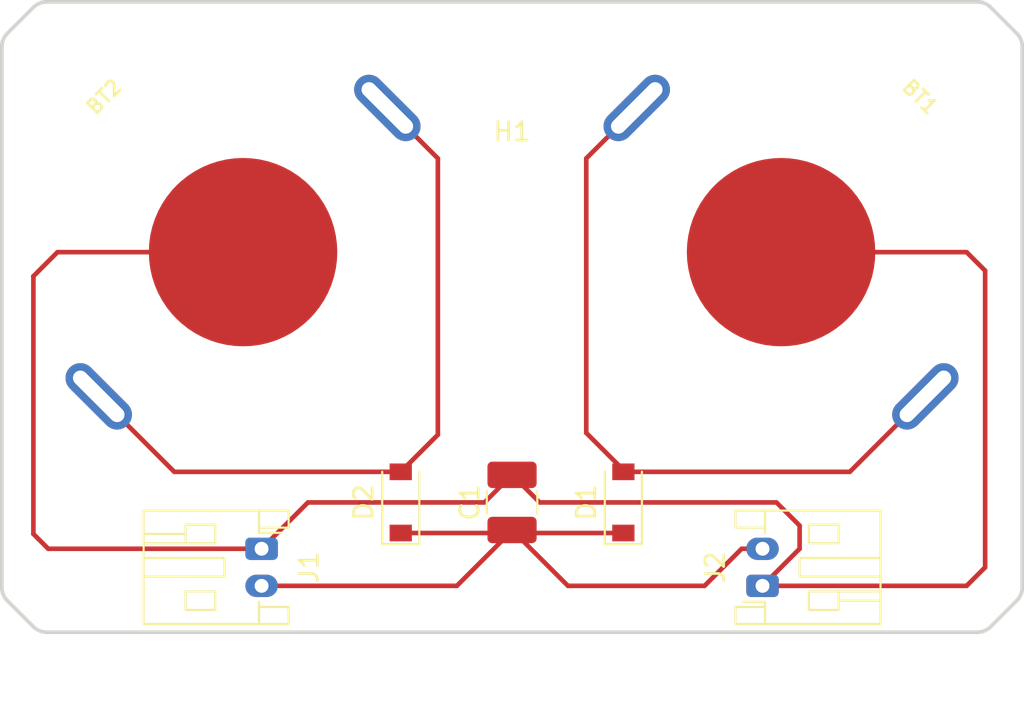
<source format=kicad_pcb>
(kicad_pcb (version 20171130) (host pcbnew "(5.1.4)-1")

  (general
    (thickness 1.6)
    (drawings 16)
    (tracks 40)
    (zones 0)
    (modules 8)
    (nets 5)
  )

  (page A4)
  (layers
    (0 F.Cu signal)
    (31 B.Cu signal)
    (32 B.Adhes user)
    (33 F.Adhes user)
    (34 B.Paste user)
    (35 F.Paste user)
    (36 B.SilkS user)
    (37 F.SilkS user)
    (38 B.Mask user)
    (39 F.Mask user)
    (40 Dwgs.User user)
    (41 Cmts.User user)
    (42 Eco1.User user)
    (43 Eco2.User user)
    (44 Edge.Cuts user)
    (45 Margin user)
    (46 B.CrtYd user)
    (47 F.CrtYd user)
    (48 B.Fab user)
    (49 F.Fab user)
  )

  (setup
    (last_trace_width 0.25)
    (trace_clearance 0.2)
    (zone_clearance 0.508)
    (zone_45_only no)
    (trace_min 0.2)
    (via_size 0.8)
    (via_drill 0.4)
    (via_min_size 0.4)
    (via_min_drill 0.3)
    (uvia_size 0.3)
    (uvia_drill 0.1)
    (uvias_allowed no)
    (uvia_min_size 0.2)
    (uvia_min_drill 0.1)
    (edge_width 0.05)
    (segment_width 0.2)
    (pcb_text_width 0.3)
    (pcb_text_size 1.5 1.5)
    (mod_edge_width 0.12)
    (mod_text_size 1 1)
    (mod_text_width 0.15)
    (pad_size 1.524 1.524)
    (pad_drill 0.762)
    (pad_to_mask_clearance 0.051)
    (solder_mask_min_width 0.25)
    (aux_axis_origin 50 50)
    (grid_origin 50 50)
    (visible_elements 7FFFFFFF)
    (pcbplotparams
      (layerselection 0x010f0_ffffffff)
      (usegerberextensions true)
      (usegerberattributes false)
      (usegerberadvancedattributes false)
      (creategerberjobfile false)
      (excludeedgelayer true)
      (linewidth 0.100000)
      (plotframeref false)
      (viasonmask false)
      (mode 1)
      (useauxorigin true)
      (hpglpennumber 1)
      (hpglpenspeed 20)
      (hpglpendiameter 15.000000)
      (psnegative false)
      (psa4output false)
      (plotreference true)
      (plotvalue true)
      (plotinvisibletext false)
      (padsonsilk false)
      (subtractmaskfromsilk true)
      (outputformat 1)
      (mirror false)
      (drillshape 0)
      (scaleselection 1)
      (outputdirectory "gerber/"))
  )

  (net 0 "")
  (net 1 "Net-(BT1-Pad2)")
  (net 2 "Net-(BT1-Pad1)")
  (net 3 "Net-(BT2-Pad1)")
  (net 4 "Net-(C1-Pad1)")

  (net_class Default "これはデフォルトのネット クラスです。"
    (clearance 0.2)
    (trace_width 0.25)
    (via_dia 0.8)
    (via_drill 0.4)
    (uvia_dia 0.3)
    (uvia_drill 0.1)
    (add_net "Net-(BT1-Pad1)")
    (add_net "Net-(BT1-Pad2)")
    (add_net "Net-(BT2-Pad1)")
    (add_net "Net-(C1-Pad1)")
  )

  (module Capacitor_SMD:C_1210_3225Metric_Pad1.42x2.65mm_HandSolder (layer F.Cu) (tedit 5B301BBE) (tstamp 5D98C832)
    (at 77.5 77 90)
    (descr "Capacitor SMD 1210 (3225 Metric), square (rectangular) end terminal, IPC_7351 nominal with elongated pad for handsoldering. (Body size source: http://www.tortai-tech.com/upload/download/2011102023233369053.pdf), generated with kicad-footprint-generator")
    (tags "capacitor handsolder")
    (path /5D987608)
    (attr smd)
    (fp_text reference C1 (at 0 -2.28 90) (layer F.SilkS)
      (effects (font (size 1 1) (thickness 0.15)))
    )
    (fp_text value C_Small (at 0 2.28 90) (layer F.Fab)
      (effects (font (size 1 1) (thickness 0.15)))
    )
    (fp_text user %R (at 0 0 90) (layer F.Fab)
      (effects (font (size 0.8 0.8) (thickness 0.12)))
    )
    (fp_line (start 2.45 1.58) (end -2.45 1.58) (layer F.CrtYd) (width 0.05))
    (fp_line (start 2.45 -1.58) (end 2.45 1.58) (layer F.CrtYd) (width 0.05))
    (fp_line (start -2.45 -1.58) (end 2.45 -1.58) (layer F.CrtYd) (width 0.05))
    (fp_line (start -2.45 1.58) (end -2.45 -1.58) (layer F.CrtYd) (width 0.05))
    (fp_line (start -0.602064 1.36) (end 0.602064 1.36) (layer F.SilkS) (width 0.12))
    (fp_line (start -0.602064 -1.36) (end 0.602064 -1.36) (layer F.SilkS) (width 0.12))
    (fp_line (start 1.6 1.25) (end -1.6 1.25) (layer F.Fab) (width 0.1))
    (fp_line (start 1.6 -1.25) (end 1.6 1.25) (layer F.Fab) (width 0.1))
    (fp_line (start -1.6 -1.25) (end 1.6 -1.25) (layer F.Fab) (width 0.1))
    (fp_line (start -1.6 1.25) (end -1.6 -1.25) (layer F.Fab) (width 0.1))
    (pad 2 smd roundrect (at 1.4875 0 90) (size 1.425 2.65) (layers F.Cu F.Paste F.Mask) (roundrect_rratio 0.175439)
      (net 1 "Net-(BT1-Pad2)"))
    (pad 1 smd roundrect (at -1.4875 0 90) (size 1.425 2.65) (layers F.Cu F.Paste F.Mask) (roundrect_rratio 0.175439)
      (net 4 "Net-(C1-Pad1)"))
    (model ${KISYS3DMOD}/Capacitor_SMD.3dshapes/C_1210_3225Metric.wrl
      (at (xyz 0 0 0))
      (scale (xyz 1 1 1))
      (rotate (xyz 0 0 0))
    )
  )

  (module MountingHole:MountingHole_2.2mm_M2 (layer F.Cu) (tedit 56D1B4CB) (tstamp 5D5C820B)
    (at 77.5 53.4)
    (descr "Mounting Hole 2.2mm, no annular, M2")
    (tags "mounting hole 2.2mm no annular m2")
    (path /5D5C3A45)
    (attr virtual)
    (fp_text reference H1 (at 0 3.6) (layer F.SilkS)
      (effects (font (size 1 1) (thickness 0.15)))
    )
    (fp_text value MountingHole (at 0 3.2) (layer F.Fab)
      (effects (font (size 1 1) (thickness 0.15)))
    )
    (fp_text user %R (at 0.3 0) (layer F.Fab)
      (effects (font (size 1 1) (thickness 0.15)))
    )
    (fp_circle (center 0 0) (end 2.2 0) (layer Cmts.User) (width 0.15))
    (fp_circle (center 0 0) (end 2.45 0) (layer F.CrtYd) (width 0.05))
    (pad 1 np_thru_hole circle (at 0 0) (size 2.2 2.2) (drill 2.2) (layers *.Cu *.Mask))
  )

  (module locallib:CR2032_BAT-HLD (layer F.Cu) (tedit 5D5C0F30) (tstamp 5D5C9664)
    (at 63 63.5 45)
    (path /5D5BFED7)
    (fp_text reference BT2 (at 1.767767 -11.667262 45) (layer F.SilkS)
      (effects (font (size 0.77216 0.77216) (thickness 0.146304)) (justify right top))
    )
    (fp_text value Battery_Cell (at -10.414 8.36 45) (layer F.Fab)
      (effects (font (size 0.38608 0.38608) (thickness 0.04064)) (justify right top))
    )
    (fp_circle (center 0 0) (end 4.7625 0) (layer F.Mask) (width 9.525))
    (fp_line (start -7.2 4.7) (end -4 4.7) (layer F.Fab) (width 0.127))
    (fp_line (start -4 4.7) (end -4 0.2) (layer F.Fab) (width 0.127))
    (fp_line (start -4 0.2) (end -4 -1) (layer F.Fab) (width 0.127))
    (fp_line (start -4 -1) (end -4 -2.3) (layer F.Fab) (width 0.127))
    (fp_arc (start -5.6 -2.3) (end -4 -2.3) (angle -90) (layer F.Fab) (width 0.127))
    (fp_line (start -5.6 -3.9) (end -5.7 -3.9) (layer F.Fab) (width 0.127))
    (fp_arc (start -5.7 -2.4) (end -5.7 -3.9) (angle -90) (layer F.Fab) (width 0.127))
    (fp_line (start -7.2 -2.4) (end -7.2 -1) (layer F.Fab) (width 0.127))
    (fp_line (start -7.2 -1) (end -7.2 0.2) (layer F.Fab) (width 0.127))
    (fp_line (start -7.2 0.2) (end -7.2 4.7) (layer F.Fab) (width 0.127))
    (fp_line (start 3.9 4.7) (end 3.9 0.2) (layer F.Fab) (width 0.127))
    (fp_line (start 3.9 0.2) (end 3.9 -1) (layer F.Fab) (width 0.127))
    (fp_line (start 3.9 -1) (end 3.9 -2.3) (layer F.Fab) (width 0.127))
    (fp_arc (start 5.5 -2.3) (end 3.9 -2.3) (angle 90) (layer F.Fab) (width 0.127))
    (fp_line (start 5.5 -3.9) (end 5.6 -3.9) (layer F.Fab) (width 0.127))
    (fp_arc (start 5.6 -2.5) (end 5.6 -3.9) (angle 90) (layer F.Fab) (width 0.127))
    (fp_line (start 7 -2.5) (end 7 -1) (layer F.Fab) (width 0.127))
    (fp_line (start 7 -1) (end 7 0.2) (layer F.Fab) (width 0.127))
    (fp_line (start 7 0.2) (end 7 4.7) (layer F.Fab) (width 0.127))
    (fp_line (start 7 4.7) (end 3.9 4.7) (layer F.Fab) (width 0.127))
    (fp_line (start 7 -1) (end 3.9 -1) (layer F.Fab) (width 0.127))
    (fp_line (start -4 -1) (end -7.2 -1) (layer F.Fab) (width 0.127))
    (fp_arc (start 5.45 -2.399999) (end 3.9 0.2) (angle 298.397108) (layer F.Fab) (width 0.127))
    (fp_arc (start -5.6 -2.45) (end -7.2 0.2) (angle 297.75506) (layer F.Fab) (width 0.127))
    (fp_circle (center 0 0) (end 10.16 0) (layer Dwgs.User) (width 0.127))
    (pad 1 thru_hole oval (at 11 0 45) (size 1.6 4.4) (drill oval 0.8 3.6) (layers *.Cu *.Mask)
      (net 3 "Net-(BT2-Pad1)") (solder_mask_margin 0.1016))
    (pad 1 thru_hole oval (at -11 0 45) (size 1.6 4.4) (drill oval 0.8 3.6) (layers *.Cu *.Mask)
      (net 3 "Net-(BT2-Pad1)") (solder_mask_margin 0.1016))
    (pad 2 smd roundrect (at 0 0 45) (size 10.16 10.16) (layers F.Cu F.Mask) (roundrect_rratio 0.5)
      (net 1 "Net-(BT1-Pad2)") (solder_mask_margin 0.1016))
  )

  (module locallib:CR2032_BAT-HLD (layer F.Cu) (tedit 5D5C0F30) (tstamp 5D5C46A3)
    (at 92 63.5 315)
    (path /5D5BEF83)
    (fp_text reference BT1 (at -1.767767 -11.667262 135) (layer F.SilkS)
      (effects (font (size 0.77216 0.77216) (thickness 0.146304)) (justify left top))
    )
    (fp_text value Battery_Cell (at -10.414 8.36 135) (layer F.Fab)
      (effects (font (size 0.38608 0.38608) (thickness 0.04064)) (justify left top))
    )
    (fp_circle (center 0 0) (end 4.7625 0) (layer F.Mask) (width 9.525))
    (fp_line (start -7.2 4.7) (end -4 4.7) (layer F.Fab) (width 0.127))
    (fp_line (start -4 4.7) (end -4 0.2) (layer F.Fab) (width 0.127))
    (fp_line (start -4 0.2) (end -4 -1) (layer F.Fab) (width 0.127))
    (fp_line (start -4 -1) (end -4 -2.3) (layer F.Fab) (width 0.127))
    (fp_arc (start -5.6 -2.3) (end -4 -2.3) (angle -90) (layer F.Fab) (width 0.127))
    (fp_line (start -5.6 -3.9) (end -5.7 -3.9) (layer F.Fab) (width 0.127))
    (fp_arc (start -5.7 -2.4) (end -5.7 -3.9) (angle -90) (layer F.Fab) (width 0.127))
    (fp_line (start -7.2 -2.4) (end -7.2 -1) (layer F.Fab) (width 0.127))
    (fp_line (start -7.2 -1) (end -7.2 0.2) (layer F.Fab) (width 0.127))
    (fp_line (start -7.2 0.2) (end -7.2 4.7) (layer F.Fab) (width 0.127))
    (fp_line (start 3.9 4.7) (end 3.9 0.2) (layer F.Fab) (width 0.127))
    (fp_line (start 3.9 0.2) (end 3.9 -1) (layer F.Fab) (width 0.127))
    (fp_line (start 3.9 -1) (end 3.9 -2.3) (layer F.Fab) (width 0.127))
    (fp_arc (start 5.5 -2.3) (end 3.9 -2.3) (angle 90) (layer F.Fab) (width 0.127))
    (fp_line (start 5.5 -3.9) (end 5.6 -3.9) (layer F.Fab) (width 0.127))
    (fp_arc (start 5.6 -2.5) (end 5.6 -3.9) (angle 90) (layer F.Fab) (width 0.127))
    (fp_line (start 7 -2.5) (end 7 -1) (layer F.Fab) (width 0.127))
    (fp_line (start 7 -1) (end 7 0.2) (layer F.Fab) (width 0.127))
    (fp_line (start 7 0.2) (end 7 4.7) (layer F.Fab) (width 0.127))
    (fp_line (start 7 4.7) (end 3.9 4.7) (layer F.Fab) (width 0.127))
    (fp_line (start 7 -1) (end 3.9 -1) (layer F.Fab) (width 0.127))
    (fp_line (start -4 -1) (end -7.2 -1) (layer F.Fab) (width 0.127))
    (fp_arc (start 5.45 -2.399999) (end 3.9 0.2) (angle 298.397108) (layer F.Fab) (width 0.127))
    (fp_arc (start -5.6 -2.45) (end -7.2 0.2) (angle 297.75506) (layer F.Fab) (width 0.127))
    (fp_circle (center 0 0) (end 10.16 0) (layer Dwgs.User) (width 0.127))
    (pad 1 thru_hole oval (at 11 0 315) (size 1.6 4.4) (drill oval 0.8 3.6) (layers *.Cu *.Mask)
      (net 2 "Net-(BT1-Pad1)") (solder_mask_margin 0.1016))
    (pad 1 thru_hole oval (at -11 0 315) (size 1.6 4.4) (drill oval 0.8 3.6) (layers *.Cu *.Mask)
      (net 2 "Net-(BT1-Pad1)") (solder_mask_margin 0.1016))
    (pad 2 smd roundrect (at 0 0 315) (size 10.16 10.16) (layers F.Cu F.Mask) (roundrect_rratio 0.5)
      (net 1 "Net-(BT1-Pad2)") (solder_mask_margin 0.1016))
  )

  (module Connector_JST:JST_PH_S2B-PH-K_1x02_P2.00mm_Horizontal (layer F.Cu) (tedit 5B7745C6) (tstamp 5D5C4766)
    (at 91 81.5 90)
    (descr "JST PH series connector, S2B-PH-K (http://www.jst-mfg.com/product/pdf/eng/ePH.pdf), generated with kicad-footprint-generator")
    (tags "connector JST PH top entry")
    (path /5D5C5DA6)
    (fp_text reference J2 (at 1 -2.55 90) (layer F.SilkS)
      (effects (font (size 1 1) (thickness 0.15)))
    )
    (fp_text value Conn_01x02_Female (at 1 7.45 90) (layer F.Fab)
      (effects (font (size 1 1) (thickness 0.15)))
    )
    (fp_line (start -0.86 0.14) (end -1.14 0.14) (layer F.SilkS) (width 0.12))
    (fp_line (start -1.14 0.14) (end -1.14 -1.46) (layer F.SilkS) (width 0.12))
    (fp_line (start -1.14 -1.46) (end -2.06 -1.46) (layer F.SilkS) (width 0.12))
    (fp_line (start -2.06 -1.46) (end -2.06 6.36) (layer F.SilkS) (width 0.12))
    (fp_line (start -2.06 6.36) (end 4.06 6.36) (layer F.SilkS) (width 0.12))
    (fp_line (start 4.06 6.36) (end 4.06 -1.46) (layer F.SilkS) (width 0.12))
    (fp_line (start 4.06 -1.46) (end 3.14 -1.46) (layer F.SilkS) (width 0.12))
    (fp_line (start 3.14 -1.46) (end 3.14 0.14) (layer F.SilkS) (width 0.12))
    (fp_line (start 3.14 0.14) (end 2.86 0.14) (layer F.SilkS) (width 0.12))
    (fp_line (start 0.5 6.36) (end 0.5 2) (layer F.SilkS) (width 0.12))
    (fp_line (start 0.5 2) (end 1.5 2) (layer F.SilkS) (width 0.12))
    (fp_line (start 1.5 2) (end 1.5 6.36) (layer F.SilkS) (width 0.12))
    (fp_line (start -2.06 0.14) (end -1.14 0.14) (layer F.SilkS) (width 0.12))
    (fp_line (start 4.06 0.14) (end 3.14 0.14) (layer F.SilkS) (width 0.12))
    (fp_line (start -1.3 2.5) (end -1.3 4.1) (layer F.SilkS) (width 0.12))
    (fp_line (start -1.3 4.1) (end -0.3 4.1) (layer F.SilkS) (width 0.12))
    (fp_line (start -0.3 4.1) (end -0.3 2.5) (layer F.SilkS) (width 0.12))
    (fp_line (start -0.3 2.5) (end -1.3 2.5) (layer F.SilkS) (width 0.12))
    (fp_line (start 3.3 2.5) (end 3.3 4.1) (layer F.SilkS) (width 0.12))
    (fp_line (start 3.3 4.1) (end 2.3 4.1) (layer F.SilkS) (width 0.12))
    (fp_line (start 2.3 4.1) (end 2.3 2.5) (layer F.SilkS) (width 0.12))
    (fp_line (start 2.3 2.5) (end 3.3 2.5) (layer F.SilkS) (width 0.12))
    (fp_line (start -0.3 4.1) (end -0.3 6.36) (layer F.SilkS) (width 0.12))
    (fp_line (start -0.8 4.1) (end -0.8 6.36) (layer F.SilkS) (width 0.12))
    (fp_line (start -2.45 -1.85) (end -2.45 6.75) (layer F.CrtYd) (width 0.05))
    (fp_line (start -2.45 6.75) (end 4.45 6.75) (layer F.CrtYd) (width 0.05))
    (fp_line (start 4.45 6.75) (end 4.45 -1.85) (layer F.CrtYd) (width 0.05))
    (fp_line (start 4.45 -1.85) (end -2.45 -1.85) (layer F.CrtYd) (width 0.05))
    (fp_line (start -1.25 0.25) (end -1.25 -1.35) (layer F.Fab) (width 0.1))
    (fp_line (start -1.25 -1.35) (end -1.95 -1.35) (layer F.Fab) (width 0.1))
    (fp_line (start -1.95 -1.35) (end -1.95 6.25) (layer F.Fab) (width 0.1))
    (fp_line (start -1.95 6.25) (end 3.95 6.25) (layer F.Fab) (width 0.1))
    (fp_line (start 3.95 6.25) (end 3.95 -1.35) (layer F.Fab) (width 0.1))
    (fp_line (start 3.95 -1.35) (end 3.25 -1.35) (layer F.Fab) (width 0.1))
    (fp_line (start 3.25 -1.35) (end 3.25 0.25) (layer F.Fab) (width 0.1))
    (fp_line (start 3.25 0.25) (end -1.25 0.25) (layer F.Fab) (width 0.1))
    (fp_line (start -0.86 0.14) (end -0.86 -1.075) (layer F.SilkS) (width 0.12))
    (fp_line (start 0 0.875) (end -0.5 1.375) (layer F.Fab) (width 0.1))
    (fp_line (start -0.5 1.375) (end 0.5 1.375) (layer F.Fab) (width 0.1))
    (fp_line (start 0.5 1.375) (end 0 0.875) (layer F.Fab) (width 0.1))
    (fp_text user %R (at 1 2.5 90) (layer F.Fab)
      (effects (font (size 1 1) (thickness 0.15)))
    )
    (pad 1 thru_hole roundrect (at 0 0 90) (size 1.2 1.75) (drill 0.75) (layers *.Cu *.Mask) (roundrect_rratio 0.208333)
      (net 1 "Net-(BT1-Pad2)"))
    (pad 2 thru_hole oval (at 2 0 90) (size 1.2 1.75) (drill 0.75) (layers *.Cu *.Mask)
      (net 4 "Net-(C1-Pad1)"))
    (model ${KISYS3DMOD}/Connector_JST.3dshapes/JST_PH_S2B-PH-K_1x02_P2.00mm_Horizontal.wrl
      (at (xyz 0 0 0))
      (scale (xyz 1 1 1))
      (rotate (xyz 0 0 0))
    )
  )

  (module Connector_JST:JST_PH_S2B-PH-K_1x02_P2.00mm_Horizontal (layer F.Cu) (tedit 5B7745C6) (tstamp 5D5C4737)
    (at 64 79.5 270)
    (descr "JST PH series connector, S2B-PH-K (http://www.jst-mfg.com/product/pdf/eng/ePH.pdf), generated with kicad-footprint-generator")
    (tags "connector JST PH top entry")
    (path /5D5C4DA3)
    (fp_text reference J1 (at 1 -2.55 90) (layer F.SilkS)
      (effects (font (size 1 1) (thickness 0.15)))
    )
    (fp_text value Conn_01x02_Female (at 1 7.45 90) (layer F.Fab)
      (effects (font (size 1 1) (thickness 0.15)))
    )
    (fp_line (start -0.86 0.14) (end -1.14 0.14) (layer F.SilkS) (width 0.12))
    (fp_line (start -1.14 0.14) (end -1.14 -1.46) (layer F.SilkS) (width 0.12))
    (fp_line (start -1.14 -1.46) (end -2.06 -1.46) (layer F.SilkS) (width 0.12))
    (fp_line (start -2.06 -1.46) (end -2.06 6.36) (layer F.SilkS) (width 0.12))
    (fp_line (start -2.06 6.36) (end 4.06 6.36) (layer F.SilkS) (width 0.12))
    (fp_line (start 4.06 6.36) (end 4.06 -1.46) (layer F.SilkS) (width 0.12))
    (fp_line (start 4.06 -1.46) (end 3.14 -1.46) (layer F.SilkS) (width 0.12))
    (fp_line (start 3.14 -1.46) (end 3.14 0.14) (layer F.SilkS) (width 0.12))
    (fp_line (start 3.14 0.14) (end 2.86 0.14) (layer F.SilkS) (width 0.12))
    (fp_line (start 0.5 6.36) (end 0.5 2) (layer F.SilkS) (width 0.12))
    (fp_line (start 0.5 2) (end 1.5 2) (layer F.SilkS) (width 0.12))
    (fp_line (start 1.5 2) (end 1.5 6.36) (layer F.SilkS) (width 0.12))
    (fp_line (start -2.06 0.14) (end -1.14 0.14) (layer F.SilkS) (width 0.12))
    (fp_line (start 4.06 0.14) (end 3.14 0.14) (layer F.SilkS) (width 0.12))
    (fp_line (start -1.3 2.5) (end -1.3 4.1) (layer F.SilkS) (width 0.12))
    (fp_line (start -1.3 4.1) (end -0.3 4.1) (layer F.SilkS) (width 0.12))
    (fp_line (start -0.3 4.1) (end -0.3 2.5) (layer F.SilkS) (width 0.12))
    (fp_line (start -0.3 2.5) (end -1.3 2.5) (layer F.SilkS) (width 0.12))
    (fp_line (start 3.3 2.5) (end 3.3 4.1) (layer F.SilkS) (width 0.12))
    (fp_line (start 3.3 4.1) (end 2.3 4.1) (layer F.SilkS) (width 0.12))
    (fp_line (start 2.3 4.1) (end 2.3 2.5) (layer F.SilkS) (width 0.12))
    (fp_line (start 2.3 2.5) (end 3.3 2.5) (layer F.SilkS) (width 0.12))
    (fp_line (start -0.3 4.1) (end -0.3 6.36) (layer F.SilkS) (width 0.12))
    (fp_line (start -0.8 4.1) (end -0.8 6.36) (layer F.SilkS) (width 0.12))
    (fp_line (start -2.45 -1.85) (end -2.45 6.75) (layer F.CrtYd) (width 0.05))
    (fp_line (start -2.45 6.75) (end 4.45 6.75) (layer F.CrtYd) (width 0.05))
    (fp_line (start 4.45 6.75) (end 4.45 -1.85) (layer F.CrtYd) (width 0.05))
    (fp_line (start 4.45 -1.85) (end -2.45 -1.85) (layer F.CrtYd) (width 0.05))
    (fp_line (start -1.25 0.25) (end -1.25 -1.35) (layer F.Fab) (width 0.1))
    (fp_line (start -1.25 -1.35) (end -1.95 -1.35) (layer F.Fab) (width 0.1))
    (fp_line (start -1.95 -1.35) (end -1.95 6.25) (layer F.Fab) (width 0.1))
    (fp_line (start -1.95 6.25) (end 3.95 6.25) (layer F.Fab) (width 0.1))
    (fp_line (start 3.95 6.25) (end 3.95 -1.35) (layer F.Fab) (width 0.1))
    (fp_line (start 3.95 -1.35) (end 3.25 -1.35) (layer F.Fab) (width 0.1))
    (fp_line (start 3.25 -1.35) (end 3.25 0.25) (layer F.Fab) (width 0.1))
    (fp_line (start 3.25 0.25) (end -1.25 0.25) (layer F.Fab) (width 0.1))
    (fp_line (start -0.86 0.14) (end -0.86 -1.075) (layer F.SilkS) (width 0.12))
    (fp_line (start 0 0.875) (end -0.5 1.375) (layer F.Fab) (width 0.1))
    (fp_line (start -0.5 1.375) (end 0.5 1.375) (layer F.Fab) (width 0.1))
    (fp_line (start 0.5 1.375) (end 0 0.875) (layer F.Fab) (width 0.1))
    (fp_text user %R (at 1 2.5 90) (layer F.Fab)
      (effects (font (size 1 1) (thickness 0.15)))
    )
    (pad 1 thru_hole roundrect (at 0 0 270) (size 1.2 1.75) (drill 0.75) (layers *.Cu *.Mask) (roundrect_rratio 0.208333)
      (net 1 "Net-(BT1-Pad2)"))
    (pad 2 thru_hole oval (at 2 0 270) (size 1.2 1.75) (drill 0.75) (layers *.Cu *.Mask)
      (net 4 "Net-(C1-Pad1)"))
    (model ${KISYS3DMOD}/Connector_JST.3dshapes/JST_PH_S2B-PH-K_1x02_P2.00mm_Horizontal.wrl
      (at (xyz 0 0 0))
      (scale (xyz 1 1 1))
      (rotate (xyz 0 0 0))
    )
  )

  (module Diode_SMD:D_SOD-123 (layer F.Cu) (tedit 58645DC7) (tstamp 5D5C8F08)
    (at 71.5 77 90)
    (descr SOD-123)
    (tags SOD-123)
    (path /5D5C26DF)
    (attr smd)
    (fp_text reference D2 (at 0 -2 90) (layer F.SilkS)
      (effects (font (size 1 1) (thickness 0.15)))
    )
    (fp_text value DIODE (at 0 2.1 90) (layer F.Fab)
      (effects (font (size 1 1) (thickness 0.15)))
    )
    (fp_text user %R (at 0 -2 90) (layer F.Fab)
      (effects (font (size 1 1) (thickness 0.15)))
    )
    (fp_line (start -2.25 -1) (end -2.25 1) (layer F.SilkS) (width 0.12))
    (fp_line (start 0.25 0) (end 0.75 0) (layer F.Fab) (width 0.1))
    (fp_line (start 0.25 0.4) (end -0.35 0) (layer F.Fab) (width 0.1))
    (fp_line (start 0.25 -0.4) (end 0.25 0.4) (layer F.Fab) (width 0.1))
    (fp_line (start -0.35 0) (end 0.25 -0.4) (layer F.Fab) (width 0.1))
    (fp_line (start -0.35 0) (end -0.35 0.55) (layer F.Fab) (width 0.1))
    (fp_line (start -0.35 0) (end -0.35 -0.55) (layer F.Fab) (width 0.1))
    (fp_line (start -0.75 0) (end -0.35 0) (layer F.Fab) (width 0.1))
    (fp_line (start -1.4 0.9) (end -1.4 -0.9) (layer F.Fab) (width 0.1))
    (fp_line (start 1.4 0.9) (end -1.4 0.9) (layer F.Fab) (width 0.1))
    (fp_line (start 1.4 -0.9) (end 1.4 0.9) (layer F.Fab) (width 0.1))
    (fp_line (start -1.4 -0.9) (end 1.4 -0.9) (layer F.Fab) (width 0.1))
    (fp_line (start -2.35 -1.15) (end 2.35 -1.15) (layer F.CrtYd) (width 0.05))
    (fp_line (start 2.35 -1.15) (end 2.35 1.15) (layer F.CrtYd) (width 0.05))
    (fp_line (start 2.35 1.15) (end -2.35 1.15) (layer F.CrtYd) (width 0.05))
    (fp_line (start -2.35 -1.15) (end -2.35 1.15) (layer F.CrtYd) (width 0.05))
    (fp_line (start -2.25 1) (end 1.65 1) (layer F.SilkS) (width 0.12))
    (fp_line (start -2.25 -1) (end 1.65 -1) (layer F.SilkS) (width 0.12))
    (pad 1 smd rect (at -1.65 0 90) (size 0.9 1.2) (layers F.Cu F.Paste F.Mask)
      (net 4 "Net-(C1-Pad1)"))
    (pad 2 smd rect (at 1.65 0 90) (size 0.9 1.2) (layers F.Cu F.Paste F.Mask)
      (net 3 "Net-(BT2-Pad1)"))
    (model ${KISYS3DMOD}/Diode_SMD.3dshapes/D_SOD-123.wrl
      (at (xyz 0 0 0))
      (scale (xyz 1 1 1))
      (rotate (xyz 0 0 0))
    )
  )

  (module Diode_SMD:D_SOD-123 (layer F.Cu) (tedit 58645DC7) (tstamp 5D5C46EF)
    (at 83.5 77 90)
    (descr SOD-123)
    (tags SOD-123)
    (path /5D5C10F0)
    (attr smd)
    (fp_text reference D1 (at 0 -2 90) (layer F.SilkS)
      (effects (font (size 1 1) (thickness 0.15)))
    )
    (fp_text value DIODE (at 0 2.1 90) (layer F.Fab)
      (effects (font (size 1 1) (thickness 0.15)))
    )
    (fp_text user %R (at 0 -2 90) (layer F.Fab)
      (effects (font (size 1 1) (thickness 0.15)))
    )
    (fp_line (start -2.25 -1) (end -2.25 1) (layer F.SilkS) (width 0.12))
    (fp_line (start 0.25 0) (end 0.75 0) (layer F.Fab) (width 0.1))
    (fp_line (start 0.25 0.4) (end -0.35 0) (layer F.Fab) (width 0.1))
    (fp_line (start 0.25 -0.4) (end 0.25 0.4) (layer F.Fab) (width 0.1))
    (fp_line (start -0.35 0) (end 0.25 -0.4) (layer F.Fab) (width 0.1))
    (fp_line (start -0.35 0) (end -0.35 0.55) (layer F.Fab) (width 0.1))
    (fp_line (start -0.35 0) (end -0.35 -0.55) (layer F.Fab) (width 0.1))
    (fp_line (start -0.75 0) (end -0.35 0) (layer F.Fab) (width 0.1))
    (fp_line (start -1.4 0.9) (end -1.4 -0.9) (layer F.Fab) (width 0.1))
    (fp_line (start 1.4 0.9) (end -1.4 0.9) (layer F.Fab) (width 0.1))
    (fp_line (start 1.4 -0.9) (end 1.4 0.9) (layer F.Fab) (width 0.1))
    (fp_line (start -1.4 -0.9) (end 1.4 -0.9) (layer F.Fab) (width 0.1))
    (fp_line (start -2.35 -1.15) (end 2.35 -1.15) (layer F.CrtYd) (width 0.05))
    (fp_line (start 2.35 -1.15) (end 2.35 1.15) (layer F.CrtYd) (width 0.05))
    (fp_line (start 2.35 1.15) (end -2.35 1.15) (layer F.CrtYd) (width 0.05))
    (fp_line (start -2.35 -1.15) (end -2.35 1.15) (layer F.CrtYd) (width 0.05))
    (fp_line (start -2.25 1) (end 1.65 1) (layer F.SilkS) (width 0.12))
    (fp_line (start -2.25 -1) (end 1.65 -1) (layer F.SilkS) (width 0.12))
    (pad 1 smd rect (at -1.65 0 90) (size 0.9 1.2) (layers F.Cu F.Paste F.Mask)
      (net 4 "Net-(C1-Pad1)"))
    (pad 2 smd rect (at 1.65 0 90) (size 0.9 1.2) (layers F.Cu F.Paste F.Mask)
      (net 2 "Net-(BT1-Pad1)"))
    (model ${KISYS3DMOD}/Diode_SMD.3dshapes/D_SOD-123.wrl
      (at (xyz 0 0 0))
      (scale (xyz 1 1 1))
      (rotate (xyz 0 0 0))
    )
  )

  (gr_line (start 50.292893 51.707106) (end 51.707106 50.292893) (layer Edge.Cuts) (width 0.2))
  (gr_arc (start 50.999999 52.414213) (end 50.292893 51.707106) (angle -45) (layer Edge.Cuts) (width 0.2))
  (gr_line (start 50 81.585786) (end 49.999999 52.414213) (layer Edge.Cuts) (width 0.2))
  (gr_arc (start 50.999999 81.585786) (end 50 81.585786) (angle -45) (layer Edge.Cuts) (width 0.2))
  (gr_line (start 51.707106 83.707106) (end 50.292893 82.292893) (layer Edge.Cuts) (width 0.2))
  (gr_arc (start 52.414213 83) (end 51.707106 83.707106) (angle -45) (layer Edge.Cuts) (width 0.2))
  (gr_line (start 102.585786 84) (end 52.414213 84) (layer Edge.Cuts) (width 0.2))
  (gr_arc (start 102.585786 83) (end 102.585786 84) (angle -45) (layer Edge.Cuts) (width 0.2))
  (gr_line (start 104.707106 82.292893) (end 103.292893 83.707106) (layer Edge.Cuts) (width 0.2))
  (gr_arc (start 104 81.585786) (end 104.707106 82.292893) (angle -45) (layer Edge.Cuts) (width 0.2))
  (gr_line (start 105 52.414213) (end 105 81.585786) (layer Edge.Cuts) (width 0.2))
  (gr_arc (start 104 52.414213) (end 105 52.414213) (angle -45) (layer Edge.Cuts) (width 0.2))
  (gr_line (start 103.292893 50.292893) (end 104.707106 51.707106) (layer Edge.Cuts) (width 0.2))
  (gr_arc (start 102.585786 51) (end 103.292893 50.292893) (angle -45) (layer Edge.Cuts) (width 0.2))
  (gr_line (start 52.414213 50) (end 102.585786 50) (layer Edge.Cuts) (width 0.2))
  (gr_arc (start 52.414213 51) (end 52.414213 50) (angle -45) (layer Edge.Cuts) (width 0.2))

  (segment (start 63.025 79.5) (end 64 79.5) (width 0.25) (layer F.Cu) (net 1))
  (segment (start 52.5 79.5) (end 63.025 79.5) (width 0.25) (layer F.Cu) (net 1))
  (segment (start 51.7 78.7) (end 52.5 79.5) (width 0.25) (layer F.Cu) (net 1))
  (segment (start 51.7 64.8) (end 51.7 78.7) (width 0.25) (layer F.Cu) (net 1))
  (segment (start 63 63.5) (end 53 63.5) (width 0.25) (layer F.Cu) (net 1))
  (segment (start 53 63.5) (end 51.7 64.8) (width 0.25) (layer F.Cu) (net 1))
  (segment (start 102 81.5) (end 91 81.5) (width 0.25) (layer F.Cu) (net 1))
  (segment (start 103 80.5) (end 102 81.5) (width 0.25) (layer F.Cu) (net 1))
  (segment (start 103 64.5) (end 103 80.5) (width 0.25) (layer F.Cu) (net 1))
  (segment (start 92 63.5) (end 102 63.5) (width 0.25) (layer F.Cu) (net 1))
  (segment (start 102 63.5) (end 103 64.5) (width 0.25) (layer F.Cu) (net 1))
  (segment (start 64 79.5) (end 66.5 77) (width 0.25) (layer F.Cu) (net 1))
  (segment (start 76.0125 77) (end 77.5 75.5125) (width 0.25) (layer F.Cu) (net 1))
  (segment (start 73.75 77) (end 76.0125 77) (width 0.25) (layer F.Cu) (net 1))
  (segment (start 66.5 77) (end 73.75 77) (width 0.25) (layer F.Cu) (net 1))
  (segment (start 91.67071 80.82929) (end 91 81.5) (width 0.25) (layer F.Cu) (net 1))
  (segment (start 93 79.5) (end 91.67071 80.82929) (width 0.25) (layer F.Cu) (net 1))
  (segment (start 93 78.25) (end 93 79.5) (width 0.25) (layer F.Cu) (net 1))
  (segment (start 91.75 77) (end 93 78.25) (width 0.25) (layer F.Cu) (net 1))
  (segment (start 77.5 75.5125) (end 78.9875 77) (width 0.25) (layer F.Cu) (net 1))
  (segment (start 78.9875 77) (end 91.75 77) (width 0.25) (layer F.Cu) (net 1))
  (segment (start 95.70635 75.35) (end 99.778175 71.278175) (width 0.25) (layer F.Cu) (net 2))
  (segment (start 83.6 75.35) (end 95.70635 75.35) (width 0.25) (layer F.Cu) (net 2))
  (segment (start 81.5 73.25) (end 83.6 75.35) (width 0.25) (layer F.Cu) (net 2))
  (segment (start 84.221825 55.721825) (end 81.5 58.44365) (width 0.25) (layer F.Cu) (net 2))
  (segment (start 81.5 58.44365) (end 81.5 73.25) (width 0.25) (layer F.Cu) (net 2))
  (segment (start 59.29365 75.35) (end 55.221825 71.278175) (width 0.25) (layer F.Cu) (net 3))
  (segment (start 71.5 75.35) (end 59.29365 75.35) (width 0.25) (layer F.Cu) (net 3))
  (segment (start 73.5 73.35) (end 71.5 75.35) (width 0.25) (layer F.Cu) (net 3))
  (segment (start 70.778175 55.721825) (end 73.5 58.44365) (width 0.25) (layer F.Cu) (net 3))
  (segment (start 73.5 58.44365) (end 73.5 73.35) (width 0.25) (layer F.Cu) (net 3))
  (segment (start 83.5 78.65) (end 71.5 78.65) (width 0.25) (layer F.Cu) (net 4))
  (segment (start 89.875 79.5) (end 87.875 81.5) (width 0.25) (layer F.Cu) (net 4))
  (segment (start 91 79.5) (end 89.875 79.5) (width 0.25) (layer F.Cu) (net 4))
  (segment (start 80.5125 81.5) (end 77.5 78.4875) (width 0.25) (layer F.Cu) (net 4))
  (segment (start 87.875 81.5) (end 80.5125 81.5) (width 0.25) (layer F.Cu) (net 4))
  (segment (start 65.125 81.5) (end 64 81.5) (width 0.25) (layer F.Cu) (net 4))
  (segment (start 74.525 81.5) (end 65.125 81.5) (width 0.25) (layer F.Cu) (net 4))
  (segment (start 77.5 78.4875) (end 77.5 78.525) (width 0.25) (layer F.Cu) (net 4))
  (segment (start 77.5 78.525) (end 74.525 81.5) (width 0.25) (layer F.Cu) (net 4))

)

</source>
